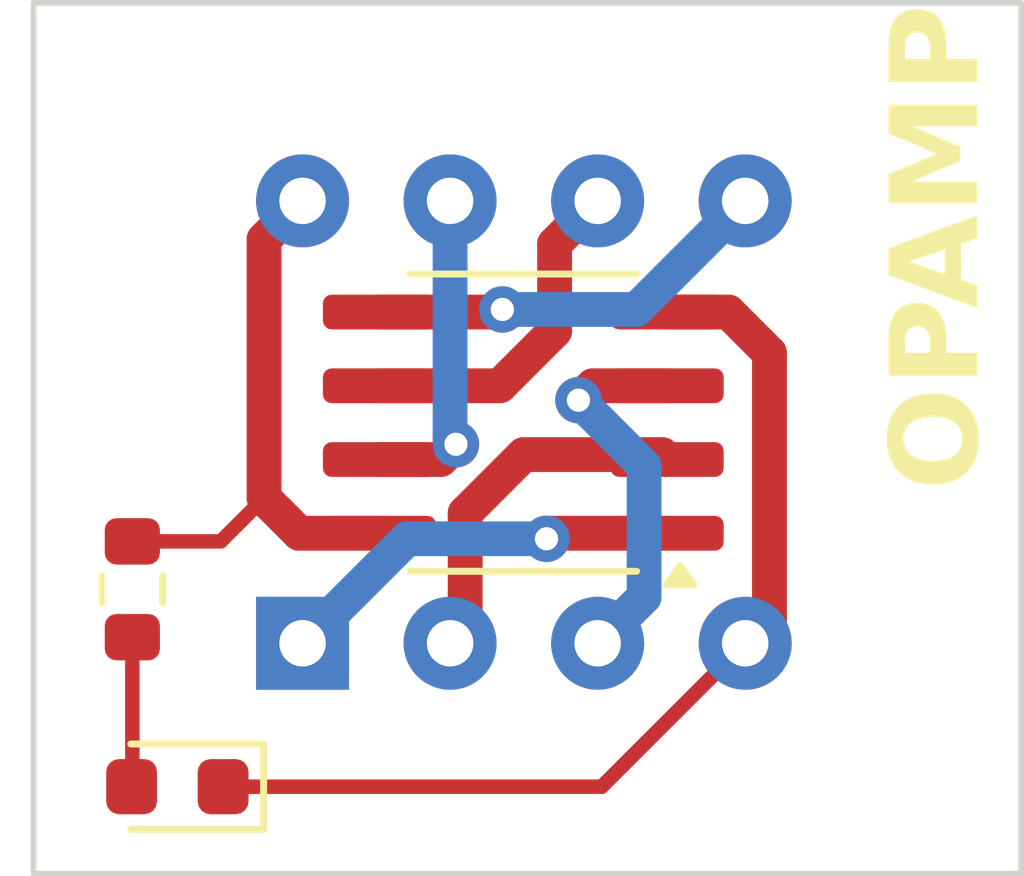
<source format=kicad_pcb>
(kicad_pcb (version 20240108) (generator "pcbnew") (generator_version "8.0")
  (layers (0 "F.Cu" signal) (31 "B.Cu" signal) (34 "B.Paste" user) (35 "F.Paste" user) (36 "B.SilkS" user "B.Silkscreen") (37 "F.SilkS" user "F.Silkscreen") (38 "B.Mask" user) (39 "F.Mask" user) (44 "Edge.Cuts" user))
  (net 0 "")
  (net 1 "1")
  (net 2 "2")
  (net 3 "3")
  (net 4 "4")
  (net 5 "5")
  (net 6 "6")
  (net 7 "7")
  (net 8 "8")
  (net 9 "Net-(D1-A)")
  (footprint "Package_DIP:DIP-8_W7.62mm_Socket" (layer "F.Cu") (at 137.73 107.43 90)
    (property "Reference" "U1" (hide yes))
    (property "Value" "OPA2134" (hide yes))
    (pad "1" thru_hole rect (at 0 0 90) (size 1.6 1.6) (drill 0.8) (layers "*.Cu" "*.Mask") (net 1 "1"))
    (pad "2" thru_hole oval (at 0 2.54 90) (size 1.6 1.6) (drill 0.8) (layers "*.Cu" "*.Mask") (net 2 "2"))
    (pad "3" thru_hole oval (at 0 5.08 90) (size 1.6 1.6) (drill 0.8) (layers "*.Cu" "*.Mask") (net 3 "3"))
    (pad "4" thru_hole oval (at 0 7.62 90) (size 1.6 1.6) (drill 0.8) (layers "*.Cu" "*.Mask") (net 4 "4"))
    (pad "5" thru_hole oval (at 7.62 7.62 90) (size 1.6 1.6) (drill 0.8) (layers "*.Cu" "*.Mask") (net 5 "5"))
    (pad "6" thru_hole oval (at 7.62 5.08 90) (size 1.6 1.6) (drill 0.8) (layers "*.Cu" "*.Mask") (net 6 "6"))
    (pad "7" thru_hole oval (at 7.62 2.54 90) (size 1.6 1.6) (drill 0.8) (layers "*.Cu" "*.Mask") (net 7 "7"))
    (pad "8" thru_hole oval (at 7.62 0 90) (size 1.6 1.6) (drill 0.8) (layers "*.Cu" "*.Mask") (net 8 "8"))
  )
  (footprint "Package_SO:SOIC-8_3.9x4.9mm_P1.27mm" (layer "F.Cu") (at 141.53 103.63 180)
    (property "Reference" "U2" (hide yes))
    (property "Value" "OPA2134")
    (fp_line (start 0 2.56) (end 1.95 2.56) (stroke (width 0.12)) (layer "F.SilkS"))
    (fp_line (start 0 2.56) (end -1.95 2.56) (stroke (width 0.12)) (layer "F.SilkS"))
    (fp_line (start 0 -2.56) (end 1.95 -2.56) (stroke (width 0.12)) (layer "F.SilkS"))
    (fp_line (start 0 -2.56) (end -1.95 -2.56) (stroke (width 0.12)) (layer "F.SilkS"))
    (fp_poly (pts (xy -2.7 -2.465) (xy -2.94 -2.795) (xy -2.46 -2.795) (xy -2.7 -2.465)) (stroke (width 0.12)) (fill solid) (layer "F.SilkS"))
    (pad "1" smd roundrect (at -2.475 -1.905 180) (size 1.95 0.6) (layers "F.Cu" "F.Paste" "F.Mask") (net 1 "1"))
    (pad "2" smd roundrect (at -2.475 -0.635 180) (size 1.95 0.6) (layers "F.Cu" "F.Paste" "F.Mask") (net 2 "2"))
    (pad "3" smd roundrect (at -2.475 0.635 180) (size 1.95 0.6) (layers "F.Cu" "F.Paste" "F.Mask") (net 3 "3"))
    (pad "4" smd roundrect (at -2.475 1.905 180) (size 1.95 0.6) (layers "F.Cu" "F.Paste" "F.Mask") (net 4 "4"))
    (pad "5" smd roundrect (at 2.475 1.905 180) (size 1.95 0.6) (layers "F.Cu" "F.Paste" "F.Mask") (net 5 "5"))
    (pad "6" smd roundrect (at 2.475 0.635 180) (size 1.95 0.6) (layers "F.Cu" "F.Paste" "F.Mask") (net 6 "6"))
    (pad "7" smd roundrect (at 2.475 -0.635 180) (size 1.95 0.6) (layers "F.Cu" "F.Paste" "F.Mask") (net 7 "7"))
    (pad "8" smd roundrect (at 2.475 -1.905 180) (size 1.95 0.6) (layers "F.Cu" "F.Paste" "F.Mask") (net 8 "8"))
  )
  (footprint "LED_SMD:LED_0603_1608Metric" (layer "F.Cu") (at 135.575 109.9 180)
    (property "Reference" "D1" (hide yes))
    (property "Value" "LED")
    (fp_line (start 0.8 -0.735) (end -1.485 -0.735) (stroke (width 0.12)) (layer "F.SilkS"))
    (fp_line (start -1.485 0.735) (end 0.8 0.735) (stroke (width 0.12)) (layer "F.SilkS"))
    (fp_line (start -1.485 -0.735) (end -1.485 0.735) (stroke (width 0.12)) (layer "F.SilkS"))
    (pad "1" smd roundrect (at -0.7875 0 180) (size 0.875 0.95) (layers "F.Cu" "F.Paste" "F.Mask") (net 4 "4"))
    (pad "2" smd roundrect (at 0.7875 0 180) (size 0.875 0.95) (layers "F.Cu" "F.Paste" "F.Mask") (net 9 "Net-(D1-A)"))
  )
  (footprint "Resistor_SMD:R_0603_1608Metric" (layer "F.Cu") (at 134.8 106.5 -90)
    (property "Reference" "R1" (hide yes))
    (property "Value" "10K")
    (fp_line (start -0.237258 0.5225) (end 0.237258 0.5225) (stroke (width 0.12)) (layer "F.SilkS"))
    (fp_line (start -0.237258 -0.5225) (end 0.237258 -0.5225) (stroke (width 0.12)) (layer "F.SilkS"))
    (pad "1" smd roundrect (at -0.825 0 270) (size 0.8 0.95) (layers "F.Cu" "F.Paste" "F.Mask") (net 8 "8"))
    (pad "2" smd roundrect (at 0.825 0 270) (size 0.8 0.95) (layers "F.Cu" "F.Paste" "F.Mask") (net 9 "Net-(D1-A)"))
  )
  (gr_line (start 150.1 111.4) (end 133.1 111.4) (stroke (width 0.1)) (layer "Edge.Cuts"))
  (gr_line (start 133.1 96.4) (end 150.1 96.4) (stroke (width 0.1)) (layer "Edge.Cuts"))
  (gr_line (start 133.1 111.4) (end 133.1 96.4) (stroke (width 0.1)) (layer "Edge.Cuts"))
  (gr_line (start 150.1 96.4) (end 150.1 111.4) (stroke (width 0.1)) (layer "Edge.Cuts"))
  (gr_text "OPAMP" (at 149.6 104.8 90) (layer "F.SilkS") (effects (font (size 1.5 1.5) (thickness 0.3) (bold yes)) (justify left bottom)))
  (segment (start 142.025 105.535) (end 141.93 105.63) (width 0.6) (layer "F.Cu") (net 1))
  (segment (start 144.005 105.535) (end 142.025 105.535) (width 0.6) (layer "F.Cu") (net 1))
  (via (at 141.93 105.63) (size 0.8) (drill 0.4) (layers "F.Cu" "B.Cu") (net 1))
  (segment (start 139.53 105.63) (end 141.93 105.63) (width 0.6) (layer "B.Cu") (net 1))
  (segment (start 137.73 107.43) (end 139.53 105.63) (width 0.6) (layer "B.Cu") (net 1))
  (segment (start 140.53 105.186497) (end 140.53 107.17) (width 0.6) (layer "F.Cu") (net 2))
  (segment (start 141.536497 104.18) (end 140.53 105.186497) (width 0.6) (layer "F.Cu") (net 2))
  (segment (start 144.005 104.265) (end 143.92 104.18) (width 0.6) (layer "F.Cu") (net 2))
  (segment (start 143.92 104.18) (end 141.536497 104.18) (width 0.6) (layer "F.Cu") (net 2))
  (segment (start 140.53 107.17) (end 140.27 107.43) (width 0.6) (layer "F.Cu") (net 2))
  (segment (start 142.727397 102.995) (end 142.479502 103.242895) (width 0.6) (layer "F.Cu") (net 3))
  (segment (start 144.005 102.995) (end 142.727397 102.995) (width 0.6) (layer "F.Cu") (net 3))
  (via (at 142.479502 103.242895) (size 0.8) (drill 0.4) (layers "F.Cu" "B.Cu") (net 3))
  (segment (start 143.609999 104.373392) (end 142.479502 103.242895) (width 0.6) (layer "B.Cu") (net 3))
  (segment (start 142.81 107.43) (end 143.609999 106.630001) (width 0.6) (layer "B.Cu") (net 3))
  (segment (start 143.609999 106.630001) (end 143.609999 104.373392) (width 0.6) (layer "B.Cu") (net 3))
  (segment (start 145.767499 102.43) (end 145.767499 107.012501) (width 0.6) (layer "F.Cu") (net 4))
  (segment (start 145.767499 107.012501) (end 145.35 107.43) (width 0.6) (layer "F.Cu") (net 4))
  (segment (start 145.062499 101.725) (end 145.767499 102.43) (width 0.6) (layer "F.Cu") (net 4))
  (segment (start 142.88 109.9) (end 145.35 107.43) (width 0.25) (layer "F.Cu") (net 4))
  (segment (start 144.005 101.725) (end 145.062499 101.725) (width 0.6) (layer "F.Cu") (net 4))
  (segment (start 136.4 109.9) (end 142.88 109.9) (width 0.25) (layer "F.Cu") (net 4))
  (segment (start 141.124566 101.725) (end 141.1695 101.680066) (width 0.6) (layer "F.Cu") (net 5))
  (segment (start 139.055 101.725) (end 141.124566 101.725) (width 0.6) (layer "F.Cu") (net 5))
  (via (at 141.1695 101.680066) (size 0.8) (drill 0.4) (layers "F.Cu" "B.Cu") (net 5))
  (segment (start 145.35 99.81) (end 143.479934 101.680066) (width 0.6) (layer "B.Cu") (net 5))
  (segment (start 143.479934 101.680066) (end 141.1695 101.680066) (width 0.6) (layer "B.Cu") (net 5))
  (segment (start 141.126652 102.995) (end 142.069 102.052652) (width 0.6) (layer "F.Cu") (net 6))
  (segment (start 142.069 100.551) (end 142.81 99.81) (width 0.6) (layer "F.Cu") (net 6))
  (segment (start 142.069 102.052652) (end 142.069 100.551) (width 0.6) (layer "F.Cu") (net 6))
  (segment (start 139.055 102.995) (end 141.126652 102.995) (width 0.6) (layer "F.Cu") (net 6))
  (segment (start 139.055 104.265) (end 140.107993 104.265) (width 0.6) (layer "F.Cu") (net 7))
  (segment (start 140.107993 104.265) (end 140.370363 104.00263) (width 0.6) (layer "F.Cu") (net 7))
  (via (at 140.370363 104.00263) (size 0.8) (drill 0.4) (layers "F.Cu" "B.Cu") (net 7))
  (segment (start 140.27 99.81) (end 140.27 103.902267) (width 0.6) (layer "B.Cu") (net 7))
  (segment (start 140.27 103.902267) (end 140.370363 104.00263) (width 0.6) (layer "B.Cu") (net 7))
  (segment (start 136.322499 105.675) (end 137.067499 104.93) (width 0.25) (layer "F.Cu") (net 8))
  (segment (start 134.8 105.675) (end 136.322499 105.675) (width 0.25) (layer "F.Cu") (net 8))
  (segment (start 139.055 105.535) (end 137.672499 105.535) (width 0.6) (layer "F.Cu") (net 8))
  (segment (start 137.067499 100.472501) (end 137.73 99.81) (width 0.6) (layer "F.Cu") (net 8))
  (segment (start 137.425 99.505) (end 137.73 99.81) (width 0.6) (layer "F.Cu") (net 8))
  (segment (start 137.672499 105.535) (end 137.067499 104.93) (width 0.6) (layer "F.Cu") (net 8))
  (segment (start 137.067499 104.93) (end 137.067499 100.472501) (width 0.6) (layer "F.Cu") (net 8))
  (segment (start 134.8 109.85) (end 134.75 109.9) (width 0.25) (layer "F.Cu") (net 9))
  (segment (start 134.8 107.325) (end 134.8 109.85) (width 0.25) (layer "F.Cu") (net 9))
)
</source>
